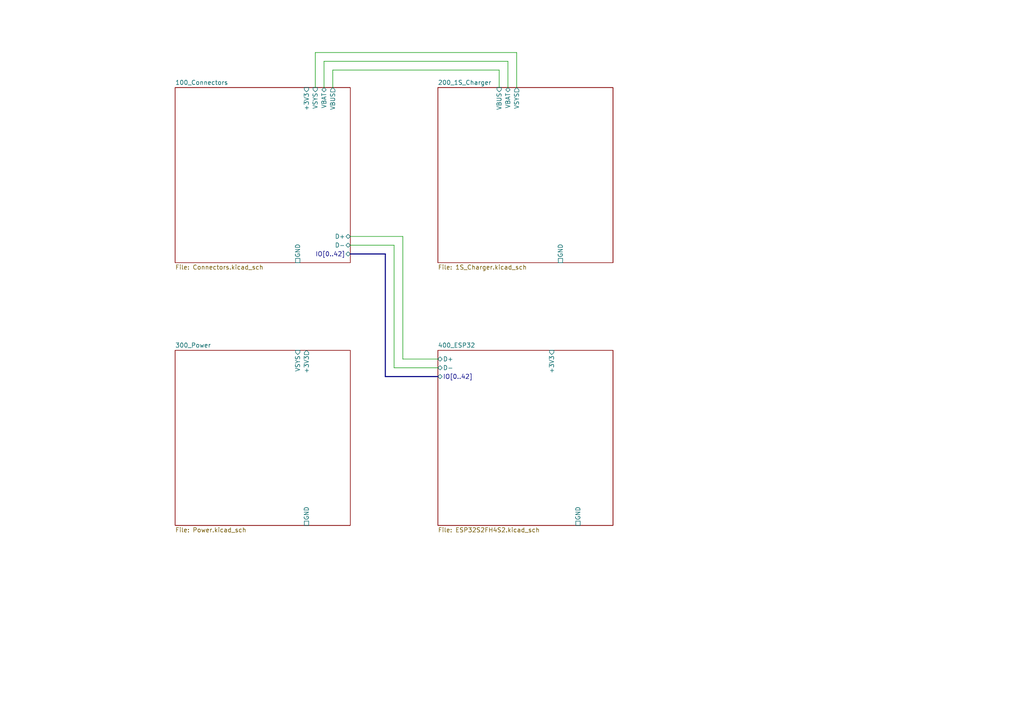
<source format=kicad_sch>
(kicad_sch (version 20230121) (generator eeschema)
  (paper "A4")
  (lib_symbols)
  (wire (pts (xy 101.6 68.58) (xy 116.84 68.58)))
  (wire (pts (xy 144.78 20.32) (xy 144.78 25.4)))
  (wire (pts (xy 114.3 71.12) (xy 101.6 71.12)))
  (bus (pts (xy 101.6 73.66) (xy 111.76 73.66)))
  (wire (pts (xy 147.32 17.78) (xy 93.98 17.78)))
  (wire (pts (xy 147.32 25.4) (xy 147.32 17.78)))
  (wire (pts (xy 96.52 20.32) (xy 144.78 20.32)))
  (bus (pts (xy 111.76 73.66) (xy 111.76 109.22)))
  (wire (pts (xy 91.44 15.24) (xy 149.86 15.24)))
  (wire (pts (xy 93.98 17.78) (xy 93.98 25.4)))
  (wire (pts (xy 127 106.68) (xy 114.3 106.68)))
  (wire (pts (xy 96.52 25.4) (xy 96.52 20.32)))
  (bus (pts (xy 111.76 109.22) (xy 127 109.22)))
  (wire (pts (xy 91.44 25.4) (xy 91.44 15.24)))
  (wire (pts (xy 149.86 15.24) (xy 149.86 25.4)))
  (wire (pts (xy 114.3 106.68) (xy 114.3 71.12)))
  (wire (pts (xy 116.84 68.58) (xy 116.84 104.14)))
  (wire (pts (xy 116.84 104.14) (xy 127 104.14)))
  (sheet (at 127 25.4) (size 50.8 50.8) (stroke (width 0.1524))
    (property "Sheetname" "200_1S_Charger" (at 127 24.6884 0) (effects (justify left bottom)))
    (property "Sheetfile" "1S_Charger.kicad_sch" (at 127 76.7846 0) (effects (justify left top)))
    (pin "VSYS" output (at 149.86 25.4 90))
    (pin "VBUS" input (at 144.78 25.4 90))
    (pin "VBAT" bidirectional (at 147.32 25.4 90))
    (pin "GND" passive (at 162.56 76.2 270))
  )
  (sheet (at 50.8 25.4) (size 50.8 50.8) (stroke (width 0.1524))
    (property "Sheetname" "100_Connectors" (at 50.8 24.6884 0) (effects (justify left bottom)))
    (property "Sheetfile" "Connectors.kicad_sch" (at 50.8 76.7846 0) (effects (justify left top)))
    (pin "D-" bidirectional (at 101.6 71.12 0))
    (pin "VBAT" bidirectional (at 93.98 25.4 90))
    (pin "D+" bidirectional (at 101.6 68.58 0))
    (pin "GND" passive (at 86.36 76.2 270))
    (pin "IO[0..42]" bidirectional (at 101.6 73.66 0))
    (pin "VBUS" output (at 96.52 25.4 90))
    (pin "+3V3" input (at 88.9 25.4 90))
    (pin "VSYS" input (at 91.44 25.4 90))
  )
  (sheet (at 127 101.6) (size 50.8 50.8) (stroke (width 0.1524))
    (property "Sheetname" "400_ESP32" (at 127 100.8884 0) (effects (justify left bottom)))
    (property "Sheetfile" "ESP32S2FH4S2.kicad_sch" (at 127 152.9846 0) (effects (justify left top)))
    (pin "D-" bidirectional (at 127 106.68 180))
    (pin "+3V3" input (at 160.02 101.6 90))
    (pin "D+" bidirectional (at 127 104.14 180))
    (pin "GND" passive (at 167.64 152.4 270))
    (pin "IO[0..42]" bidirectional (at 127 109.22 180))
  )
  (sheet (at 50.8 101.6) (size 50.8 50.8) (stroke (width 0.1524))
    (property "Sheetname" "300_Power" (at 50.8 100.8884 0) (effects (justify left bottom)))
    (property "Sheetfile" "Power.kicad_sch" (at 50.8 152.9846 0) (effects (justify left top)))
    (pin "+3V3" output (at 88.9 101.6 90))
    (pin "VSYS" input (at 86.36 101.6 90))
    (pin "GND" passive (at 88.9 152.4 270))
  )
)
</source>
